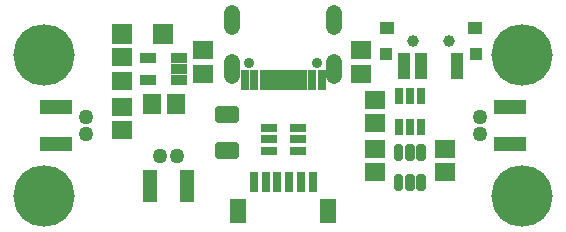
<source format=gbr>
G04 EAGLE Gerber RS-274X export*
G75*
%MOMM*%
%FSLAX34Y34*%
%LPD*%
%INSoldermask Top*%
%IPPOS*%
%AMOC8*
5,1,8,0,0,1.08239X$1,22.5*%
G01*
%ADD10R,0.803200X1.653200*%
%ADD11R,0.503200X1.653200*%
%ADD12C,1.361200*%
%ADD13C,0.903200*%
%ADD14C,0.505150*%
%ADD15R,1.803200X1.503200*%
%ADD16R,1.423200X0.823200*%
%ADD17R,1.503200X1.803200*%
%ADD18R,1.703200X1.703200*%
%ADD19C,1.261200*%
%ADD20R,2.703200X1.203200*%
%ADD21R,1.003200X2.203200*%
%ADD22R,1.103200X1.003200*%
%ADD23R,1.203200X1.003200*%
%ADD24C,1.003200*%
%ADD25R,1.353200X0.803200*%
%ADD26R,1.203200X2.703200*%
%ADD27R,0.803200X1.753200*%
%ADD28R,1.403200X2.003200*%
%ADD29R,0.753200X1.403200*%
%ADD30C,0.499716*%
%ADD31C,5.203200*%


D10*
X270625Y157409D03*
X262625Y157409D03*
D11*
X240625Y157409D03*
X245625Y157409D03*
X250625Y157409D03*
X255625Y157409D03*
X235625Y157409D03*
X230625Y157409D03*
X225625Y157409D03*
X220625Y157409D03*
D10*
X213625Y157409D03*
X205625Y157409D03*
D12*
X281325Y160769D02*
X281325Y172349D01*
X194925Y172349D02*
X194925Y160769D01*
X281325Y202569D02*
X281325Y214149D01*
X194925Y214149D02*
X194925Y202569D01*
D13*
X267025Y171859D03*
X209225Y171859D03*
D14*
X182910Y132649D02*
X182910Y123669D01*
X182910Y132649D02*
X198090Y132649D01*
X198090Y123669D01*
X182910Y123669D01*
X182910Y128468D02*
X198090Y128468D01*
X182910Y102549D02*
X182910Y93569D01*
X182910Y102549D02*
X198090Y102549D01*
X198090Y93569D01*
X182910Y93569D01*
X182910Y98368D02*
X198090Y98368D01*
D15*
X170000Y162641D03*
X170000Y182641D03*
X303609Y162641D03*
X303609Y182641D03*
D16*
X149922Y157188D03*
X149922Y166688D03*
X149922Y176188D03*
X123922Y176188D03*
X123922Y157188D03*
D17*
X146922Y136922D03*
X126922Y136922D03*
D15*
X101203Y115016D03*
X101203Y135016D03*
D18*
X136563Y196453D03*
X101563Y196453D03*
D15*
X101203Y176688D03*
X101203Y156688D03*
D19*
X71438Y111563D03*
X71438Y126563D03*
D20*
X46038Y103063D03*
X46038Y135063D03*
D21*
X354911Y169500D03*
D22*
X401141Y179250D03*
D23*
X400641Y201750D03*
D22*
X325141Y179250D03*
D23*
X325641Y201750D03*
D21*
X384911Y169500D03*
X339911Y169500D03*
D24*
X378141Y190500D03*
X348141Y190500D03*
D25*
X250625Y97656D03*
X250625Y107156D03*
X250625Y116656D03*
X225625Y116656D03*
X225625Y107156D03*
X225625Y97656D03*
D19*
X148516Y93266D03*
X133516Y93266D03*
D26*
X157016Y67866D03*
X125016Y67866D03*
D27*
X263125Y71438D03*
X253125Y71438D03*
X243125Y71438D03*
X233125Y71438D03*
X223125Y71438D03*
X213125Y71438D03*
D28*
X276125Y46188D03*
X200125Y46188D03*
D19*
X404813Y126563D03*
X404813Y111563D03*
D20*
X430213Y135063D03*
X430213Y103063D03*
D29*
X335781Y117969D03*
X345281Y117969D03*
X354781Y117969D03*
X354781Y143969D03*
X335781Y143969D03*
X345281Y143969D03*
D30*
X337249Y75362D02*
X337249Y66226D01*
X334313Y66226D01*
X334313Y75362D01*
X337249Y75362D01*
X337249Y70973D02*
X334313Y70973D01*
X346749Y75362D02*
X346749Y66226D01*
X343813Y66226D01*
X343813Y75362D01*
X346749Y75362D01*
X346749Y70973D02*
X343813Y70973D01*
X356249Y75362D02*
X356249Y66226D01*
X353313Y66226D01*
X353313Y75362D01*
X356249Y75362D01*
X356249Y70973D02*
X353313Y70973D01*
X337249Y91326D02*
X337249Y100462D01*
X337249Y91326D02*
X334313Y91326D01*
X334313Y100462D01*
X337249Y100462D01*
X337249Y96073D02*
X334313Y96073D01*
X346749Y100462D02*
X346749Y91326D01*
X343813Y91326D01*
X343813Y100462D01*
X346749Y100462D01*
X346749Y96073D02*
X343813Y96073D01*
X356249Y100462D02*
X356249Y91326D01*
X353313Y91326D01*
X353313Y100462D01*
X356249Y100462D01*
X356249Y96073D02*
X353313Y96073D01*
D15*
X315516Y140969D03*
X315516Y120969D03*
X315516Y79297D03*
X315516Y99297D03*
X375047Y99297D03*
X375047Y79297D03*
D31*
X35719Y178594D03*
X35719Y59531D03*
X440531Y59531D03*
X440531Y178594D03*
M02*

</source>
